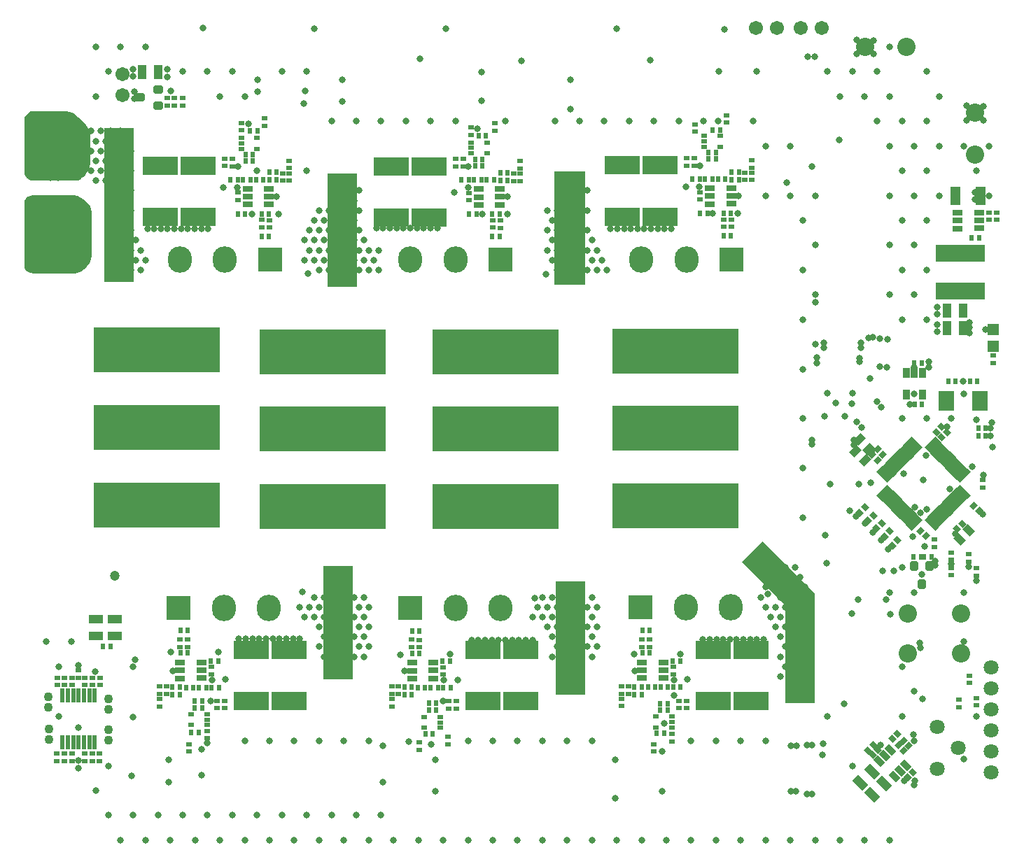
<source format=gts>
G04*
G04 #@! TF.GenerationSoftware,Altium Limited,Altium Designer,22.5.1 (42)*
G04*
G04 Layer_Color=8388736*
%FSLAX25Y25*%
%MOIN*%
G70*
G04*
G04 #@! TF.SameCoordinates,F388C647-0276-4BD7-974E-F153A5A87125*
G04*
G04*
G04 #@! TF.FilePolarity,Negative*
G04*
G01*
G75*
G04:AMPARAMS|DCode=15|XSize=139.76mil|YSize=351.12mil|CornerRadius=0mil|HoleSize=0mil|Usage=FLASHONLY|Rotation=225.000|XOffset=0mil|YOffset=0mil|HoleType=Round|Shape=Rectangle|*
%AMROTATEDRECTD15*
4,1,4,-0.07472,0.17355,0.17355,-0.07472,0.07472,-0.17355,-0.17355,0.07472,-0.07472,0.17355,0.0*
%
%ADD15ROTATEDRECTD15*%

%ADD16R,0.13976X0.52067*%
%ADD17R,0.13976X0.54232*%
%ADD18R,0.13976X0.73327*%
%ADD19R,0.14665X0.54232*%
%ADD20R,0.60039X0.21654*%
%ADD21R,0.03162X0.02375*%
%ADD22R,0.02375X0.03162*%
G04:AMPARAMS|DCode=23|XSize=31.62mil|YSize=23.75mil|CornerRadius=0mil|HoleSize=0mil|Usage=FLASHONLY|Rotation=315.000|XOffset=0mil|YOffset=0mil|HoleType=Round|Shape=Rectangle|*
%AMROTATEDRECTD23*
4,1,4,-0.01958,0.00278,-0.00278,0.01958,0.01958,-0.00278,0.00278,-0.01958,-0.01958,0.00278,0.0*
%
%ADD23ROTATEDRECTD23*%

%ADD24R,0.05131X0.03162*%
%ADD25R,0.16548X0.09068*%
G04:AMPARAMS|DCode=26|XSize=67.06mil|YSize=39.5mil|CornerRadius=0mil|HoleSize=0mil|Usage=FLASHONLY|Rotation=135.000|XOffset=0mil|YOffset=0mil|HoleType=Round|Shape=Rectangle|*
%AMROTATEDRECTD26*
4,1,4,0.03767,-0.00974,0.00974,-0.03767,-0.03767,0.00974,-0.00974,0.03767,0.03767,-0.00974,0.0*
%
%ADD26ROTATEDRECTD26*%

G04:AMPARAMS|DCode=27|XSize=31.62mil|YSize=23.75mil|CornerRadius=0mil|HoleSize=0mil|Usage=FLASHONLY|Rotation=225.000|XOffset=0mil|YOffset=0mil|HoleType=Round|Shape=Rectangle|*
%AMROTATEDRECTD27*
4,1,4,0.00278,0.01958,0.01958,0.00278,-0.00278,-0.01958,-0.01958,-0.00278,0.00278,0.01958,0.0*
%
%ADD27ROTATEDRECTD27*%

G04:AMPARAMS|DCode=28|XSize=70.99mil|YSize=19.81mil|CornerRadius=0mil|HoleSize=0mil|Usage=FLASHONLY|Rotation=45.000|XOffset=0mil|YOffset=0mil|HoleType=Round|Shape=Rectangle|*
%AMROTATEDRECTD28*
4,1,4,-0.01810,-0.03210,-0.03210,-0.01810,0.01810,0.03210,0.03210,0.01810,-0.01810,-0.03210,0.0*
%
%ADD28ROTATEDRECTD28*%

G04:AMPARAMS|DCode=29|XSize=70.99mil|YSize=19.81mil|CornerRadius=0mil|HoleSize=0mil|Usage=FLASHONLY|Rotation=135.000|XOffset=0mil|YOffset=0mil|HoleType=Round|Shape=Rectangle|*
%AMROTATEDRECTD29*
4,1,4,0.03210,-0.01810,0.01810,-0.03210,-0.03210,0.01810,-0.01810,0.03210,0.03210,-0.01810,0.0*
%
%ADD29ROTATEDRECTD29*%

G04:AMPARAMS|DCode=30|XSize=47.37mil|YSize=35.56mil|CornerRadius=0mil|HoleSize=0mil|Usage=FLASHONLY|Rotation=225.000|XOffset=0mil|YOffset=0mil|HoleType=Round|Shape=Rectangle|*
%AMROTATEDRECTD30*
4,1,4,0.00418,0.02932,0.02932,0.00418,-0.00418,-0.02932,-0.02932,-0.00418,0.00418,0.02932,0.0*
%
%ADD30ROTATEDRECTD30*%

%ADD31R,0.23241X0.07887*%
%ADD32R,0.03556X0.05131*%
G04:AMPARAMS|DCode=33|XSize=31.62mil|YSize=51.31mil|CornerRadius=0mil|HoleSize=0mil|Usage=FLASHONLY|Rotation=45.000|XOffset=0mil|YOffset=0mil|HoleType=Round|Shape=Rectangle|*
%AMROTATEDRECTD33*
4,1,4,0.00696,-0.02932,-0.02932,0.00696,-0.00696,0.02932,0.02932,-0.00696,0.00696,-0.02932,0.0*
%
%ADD33ROTATEDRECTD33*%

G04:AMPARAMS|DCode=34|XSize=74.8mil|YSize=94.49mil|CornerRadius=2.99mil|HoleSize=0mil|Usage=FLASHONLY|Rotation=180.000|XOffset=0mil|YOffset=0mil|HoleType=Round|Shape=RoundedRectangle|*
%AMROUNDEDRECTD34*
21,1,0.07480,0.08850,0,0,180.0*
21,1,0.06882,0.09449,0,0,180.0*
1,1,0.00598,-0.03441,0.04425*
1,1,0.00598,0.03441,0.04425*
1,1,0.00598,0.03441,-0.04425*
1,1,0.00598,-0.03441,-0.04425*
%
%ADD34ROUNDEDRECTD34*%
%ADD35R,0.04737X0.08674*%
G04:AMPARAMS|DCode=36|XSize=47.37mil|YSize=35.56mil|CornerRadius=0mil|HoleSize=0mil|Usage=FLASHONLY|Rotation=135.000|XOffset=0mil|YOffset=0mil|HoleType=Round|Shape=Rectangle|*
%AMROTATEDRECTD36*
4,1,4,0.02932,-0.00418,0.00418,-0.02932,-0.02932,0.00418,-0.00418,0.02932,0.02932,-0.00418,0.0*
%
%ADD36ROTATEDRECTD36*%

%ADD37R,0.05524X0.05524*%
%ADD38R,0.01981X0.06706*%
G04:AMPARAMS|DCode=39|XSize=39.5mil|YSize=43.43mil|CornerRadius=6.84mil|HoleSize=0mil|Usage=FLASHONLY|Rotation=270.000|XOffset=0mil|YOffset=0mil|HoleType=Round|Shape=RoundedRectangle|*
%AMROUNDEDRECTD39*
21,1,0.03950,0.02976,0,0,270.0*
21,1,0.02583,0.04343,0,0,270.0*
1,1,0.01367,-0.01488,-0.01291*
1,1,0.01367,-0.01488,0.01291*
1,1,0.01367,0.01488,0.01291*
1,1,0.01367,0.01488,-0.01291*
%
%ADD39ROUNDEDRECTD39*%
G04:AMPARAMS|DCode=40|XSize=39.5mil|YSize=43.43mil|CornerRadius=6.84mil|HoleSize=0mil|Usage=FLASHONLY|Rotation=0.000|XOffset=0mil|YOffset=0mil|HoleType=Round|Shape=RoundedRectangle|*
%AMROUNDEDRECTD40*
21,1,0.03950,0.02976,0,0,0.0*
21,1,0.02583,0.04343,0,0,0.0*
1,1,0.01367,0.01291,-0.01488*
1,1,0.01367,-0.01291,-0.01488*
1,1,0.01367,-0.01291,0.01488*
1,1,0.01367,0.01291,0.01488*
%
%ADD40ROUNDEDRECTD40*%
%ADD41R,0.06706X0.03950*%
%ADD42R,0.03950X0.06706*%
%ADD43O,0.11430X0.12611*%
%ADD44R,0.11824X0.11824*%
%ADD45C,0.06706*%
%ADD46C,0.07099*%
%ADD47C,0.24816*%
%ADD48C,0.08674*%
%ADD49C,0.04343*%
%ADD50C,0.04737*%
%ADD51C,0.03162*%
G36*
X248122Y413484D02*
X249107D01*
X251039Y413100D01*
X252858Y412346D01*
X254496Y411252D01*
X255193Y410555D01*
X255193Y410555D01*
X255807Y409941D01*
X256299Y409449D01*
X257071Y408294D01*
X257603Y407009D01*
X257874Y405646D01*
Y404951D01*
D01*
Y385933D01*
Y384949D01*
X257490Y383017D01*
X256736Y381197D01*
X255642Y379559D01*
X254945Y378862D01*
X254945D01*
X254823Y378740D01*
X254230Y378147D01*
X252836Y377216D01*
X251287Y376574D01*
X249643Y376247D01*
X248804D01*
D01*
X230774D01*
X230134D01*
X228879Y376497D01*
X227697Y376987D01*
X226633Y377697D01*
X226181Y378150D01*
X226134Y378196D01*
X226061Y378307D01*
X226010Y378429D01*
X225984Y378559D01*
Y378625D01*
D01*
Y410918D01*
Y411084D01*
X226049Y411408D01*
X226175Y411714D01*
X226359Y411989D01*
X226476Y412106D01*
X226804Y412434D01*
X227575Y412949D01*
X228431Y413303D01*
X229340Y413484D01*
X229803D01*
D01*
X231102D01*
D01*
X248122D01*
D02*
G37*
G36*
X244578Y453642D02*
X245563D01*
X247495Y453257D01*
X249315Y452504D01*
X250953Y451409D01*
X251649Y450713D01*
X251649Y450713D01*
X254158Y448205D01*
X254854Y447508D01*
X255948Y445870D01*
X256702Y444050D01*
X257087Y442118D01*
Y441133D01*
D01*
Y429733D01*
Y428748D01*
X256702Y426816D01*
X255948Y424996D01*
X254854Y423358D01*
X254158Y422662D01*
X254158D01*
X253740Y422244D01*
X253319Y421823D01*
X252328Y421161D01*
X251227Y420705D01*
X250059Y420472D01*
X249463D01*
D01*
X230533D01*
X230036D01*
X229063Y420666D01*
X228145Y421046D01*
X227320Y421598D01*
X226969Y421949D01*
X226688Y422230D01*
X226246Y422890D01*
X225942Y423624D01*
X225787Y424403D01*
Y424800D01*
D01*
Y449175D01*
Y449605D01*
X225955Y450449D01*
X226285Y451244D01*
X226763Y451960D01*
X227067Y452264D01*
Y452264D01*
X228097Y453294D01*
X228180Y453376D01*
X228374Y453507D01*
X228590Y453596D01*
X228820Y453642D01*
X228937D01*
D01*
D01*
X244578D01*
D02*
G37*
D15*
X584810Y231095D02*
D03*
D16*
X595177Y197589D02*
D03*
D17*
X485728Y202707D02*
D03*
X375197Y209793D02*
D03*
X377264Y396900D02*
D03*
D18*
X270965Y409006D02*
D03*
D19*
X485581Y397884D02*
D03*
D20*
X535918Y339366D02*
D03*
Y302506D02*
D03*
Y265646D02*
D03*
X450288Y339071D02*
D03*
Y302210D02*
D03*
Y265350D02*
D03*
X367906Y339071D02*
D03*
Y302210D02*
D03*
Y265350D02*
D03*
X288976Y266064D02*
D03*
Y302924D02*
D03*
Y339785D02*
D03*
D21*
X438477Y438710D02*
D03*
Y436147D02*
D03*
Y433563D02*
D03*
X446063D02*
D03*
Y438710D02*
D03*
X438386Y445866D02*
D03*
X438386Y442323D02*
D03*
X431144Y427328D02*
D03*
X431144Y430871D02*
D03*
X449803Y444390D02*
D03*
X449803Y447933D02*
D03*
X434841Y427273D02*
D03*
Y430816D02*
D03*
X461908Y423926D02*
D03*
X461908Y420383D02*
D03*
Y429832D02*
D03*
Y426289D02*
D03*
X452360Y401584D02*
D03*
Y398041D02*
D03*
X437400Y414675D02*
D03*
X437400Y411131D02*
D03*
X458758Y423926D02*
D03*
Y420383D02*
D03*
X448817Y401682D02*
D03*
X448817Y398139D02*
D03*
X549606Y441834D02*
D03*
Y439272D02*
D03*
Y436687D02*
D03*
X557193Y436687D02*
D03*
Y441834D02*
D03*
X545276Y447342D02*
D03*
Y443799D02*
D03*
X541284Y427723D02*
D03*
X541283Y431266D02*
D03*
X560138Y448130D02*
D03*
X560138Y451673D02*
D03*
X544980Y427668D02*
D03*
Y431211D02*
D03*
X572047Y424322D02*
D03*
Y420778D02*
D03*
Y430227D02*
D03*
X572047Y426684D02*
D03*
X562500Y401979D02*
D03*
X562500Y398436D02*
D03*
X547539Y415070D02*
D03*
Y411526D02*
D03*
X568898Y424322D02*
D03*
X568898Y420778D02*
D03*
X558957Y402078D02*
D03*
X558957Y398534D02*
D03*
X534154Y153248D02*
D03*
Y156791D02*
D03*
X534252Y160036D02*
D03*
Y162598D02*
D03*
Y165183D02*
D03*
X526666D02*
D03*
Y160036D02*
D03*
X541043Y172638D02*
D03*
Y169095D02*
D03*
X525394Y152067D02*
D03*
Y148524D02*
D03*
X537347Y172693D02*
D03*
Y169150D02*
D03*
X510280Y176039D02*
D03*
Y179583D02*
D03*
Y170134D02*
D03*
Y173677D02*
D03*
X519827Y198382D02*
D03*
Y201925D02*
D03*
X534787Y185291D02*
D03*
Y188835D02*
D03*
X513429Y176039D02*
D03*
Y179583D02*
D03*
X523370Y198284D02*
D03*
Y201827D02*
D03*
X423827Y159813D02*
D03*
Y162376D02*
D03*
Y164961D02*
D03*
X416240D02*
D03*
Y159813D02*
D03*
X427516Y151913D02*
D03*
Y155457D02*
D03*
X431453Y172484D02*
D03*
Y168941D02*
D03*
X413779Y152953D02*
D03*
Y149409D02*
D03*
X427756Y172539D02*
D03*
Y168996D02*
D03*
X400689Y175886D02*
D03*
Y179429D02*
D03*
Y169980D02*
D03*
Y173524D02*
D03*
X410236Y198228D02*
D03*
Y201772D02*
D03*
X425197Y188681D02*
D03*
Y185138D02*
D03*
X403839Y175886D02*
D03*
Y179429D02*
D03*
X413779Y198130D02*
D03*
Y201673D02*
D03*
X312697Y161118D02*
D03*
Y163681D02*
D03*
Y166265D02*
D03*
X305111Y166265D02*
D03*
Y161118D02*
D03*
X329028Y440876D02*
D03*
Y438313D02*
D03*
Y435728D02*
D03*
X336614D02*
D03*
Y440876D02*
D03*
X670768Y169587D02*
D03*
Y173130D02*
D03*
X682283Y277854D02*
D03*
Y274311D02*
D03*
X667224Y232480D02*
D03*
Y236024D02*
D03*
X659252Y249508D02*
D03*
X340158Y450197D02*
D03*
X312894Y154823D02*
D03*
Y158366D02*
D03*
X321075Y172626D02*
D03*
Y169083D02*
D03*
X304134Y151969D02*
D03*
Y148425D02*
D03*
X317378Y172681D02*
D03*
Y169138D02*
D03*
X290311Y176028D02*
D03*
Y179571D02*
D03*
X290256Y170079D02*
D03*
Y173622D02*
D03*
X299858Y198370D02*
D03*
Y201913D02*
D03*
X314819Y185280D02*
D03*
Y188823D02*
D03*
X293461Y176028D02*
D03*
Y179571D02*
D03*
X303402Y198272D02*
D03*
Y201815D02*
D03*
X667126Y243406D02*
D03*
Y239862D02*
D03*
X679232Y235827D02*
D03*
X679232Y232283D02*
D03*
X675591Y239075D02*
D03*
X675591Y242618D02*
D03*
X329134Y448032D02*
D03*
X329134Y444488D02*
D03*
X321205Y427458D02*
D03*
Y431001D02*
D03*
X340158Y446654D02*
D03*
X324902Y427402D02*
D03*
X324902Y430946D02*
D03*
X351969Y424056D02*
D03*
X351969Y420513D02*
D03*
X351969Y429961D02*
D03*
X351969Y426418D02*
D03*
X342421Y398170D02*
D03*
X342421Y401713D02*
D03*
X327461Y414804D02*
D03*
Y411261D02*
D03*
X348819Y424056D02*
D03*
X348819Y420513D02*
D03*
X338878Y398269D02*
D03*
Y401812D02*
D03*
X261614Y147441D02*
D03*
Y143898D02*
D03*
X659252Y245965D02*
D03*
X675984Y184646D02*
D03*
Y181102D02*
D03*
X679035Y174016D02*
D03*
Y170472D02*
D03*
X687205Y333661D02*
D03*
Y337205D02*
D03*
X251576Y187229D02*
D03*
X251576Y183686D02*
D03*
X241339Y143922D02*
D03*
X241339Y147465D02*
D03*
X241438Y183686D02*
D03*
X241438Y180142D02*
D03*
X261713Y183686D02*
D03*
Y180142D02*
D03*
X248623Y143922D02*
D03*
Y147465D02*
D03*
X244883D02*
D03*
X244883Y143922D02*
D03*
X258072Y147465D02*
D03*
Y143922D02*
D03*
X254528D02*
D03*
Y147465D02*
D03*
X248623Y180142D02*
D03*
X248623Y183686D02*
D03*
X244981D02*
D03*
Y180142D02*
D03*
X258170Y183686D02*
D03*
X258170Y180142D02*
D03*
X254627D02*
D03*
Y183686D02*
D03*
X301241Y459842D02*
D03*
Y456299D02*
D03*
X293761Y456299D02*
D03*
Y459842D02*
D03*
X297009Y456299D02*
D03*
Y459842D02*
D03*
X688681Y401772D02*
D03*
Y405315D02*
D03*
X685039D02*
D03*
X685039Y401772D02*
D03*
D22*
X440453Y427559D02*
D03*
X443996D02*
D03*
X437500Y404626D02*
D03*
X441043D02*
D03*
X442028Y441831D02*
D03*
X445571Y441831D02*
D03*
X440453Y430610D02*
D03*
X443996D02*
D03*
X448620Y393808D02*
D03*
X452164Y393808D02*
D03*
X452360Y424320D02*
D03*
X455904Y424320D02*
D03*
X437400Y420875D02*
D03*
X433857D02*
D03*
X439860Y420875D02*
D03*
X443404Y420875D02*
D03*
X452360Y420679D02*
D03*
X455904D02*
D03*
X448620Y404537D02*
D03*
X452164D02*
D03*
X449506Y420875D02*
D03*
X445963Y420875D02*
D03*
X551575Y431004D02*
D03*
X555118D02*
D03*
X547539Y404921D02*
D03*
X551083Y404921D02*
D03*
X553642Y444685D02*
D03*
X557185Y444685D02*
D03*
X551575Y433760D02*
D03*
X555118D02*
D03*
X558760Y394203D02*
D03*
X562303Y394203D02*
D03*
X562500Y424715D02*
D03*
X566043D02*
D03*
X547539Y421271D02*
D03*
X543996D02*
D03*
X550000Y421271D02*
D03*
X553543Y421271D02*
D03*
X562500Y421074D02*
D03*
X566043Y421074D02*
D03*
X558760Y404932D02*
D03*
X562303Y404932D02*
D03*
X559646Y421271D02*
D03*
X556102Y421271D02*
D03*
X532185Y171260D02*
D03*
X528642D02*
D03*
X534547Y191732D02*
D03*
X538091D02*
D03*
X530512Y157382D02*
D03*
X526968D02*
D03*
X532185Y168209D02*
D03*
X528642D02*
D03*
X523567Y206157D02*
D03*
X520024D02*
D03*
X519827Y175646D02*
D03*
X516284D02*
D03*
X534787Y179091D02*
D03*
X538331D02*
D03*
X532327Y179091D02*
D03*
X528783D02*
D03*
X519827Y179287D02*
D03*
X516283D02*
D03*
X523567Y195429D02*
D03*
X520024D02*
D03*
X522681Y179091D02*
D03*
X526224D02*
D03*
X421949Y171653D02*
D03*
X418405D02*
D03*
X424957Y191579D02*
D03*
X428500D02*
D03*
X420276Y156988D02*
D03*
X416732D02*
D03*
X421949Y168307D02*
D03*
X418405D02*
D03*
X413976Y206004D02*
D03*
X410433D02*
D03*
X410236Y175492D02*
D03*
X406693D02*
D03*
X425197Y178937D02*
D03*
X428740D02*
D03*
X422736Y178937D02*
D03*
X419193D02*
D03*
X410236Y179134D02*
D03*
X406693D02*
D03*
X413976Y195276D02*
D03*
X410433D02*
D03*
X413091Y178937D02*
D03*
X416634D02*
D03*
X310531Y169390D02*
D03*
X306988D02*
D03*
X331102Y432972D02*
D03*
X334646D02*
D03*
X653150Y333465D02*
D03*
X649606D02*
D03*
X653248Y313976D02*
D03*
X649705D02*
D03*
X310531Y172539D02*
D03*
X306988D02*
D03*
X314579Y191720D02*
D03*
X318122D02*
D03*
X308760Y157579D02*
D03*
X305217D02*
D03*
X303598Y206146D02*
D03*
X300055D02*
D03*
X299858Y175634D02*
D03*
X296315D02*
D03*
X314819Y179079D02*
D03*
X318362D02*
D03*
X312358Y179079D02*
D03*
X308815D02*
D03*
X299858Y179276D02*
D03*
X296315D02*
D03*
X303598Y195417D02*
D03*
X300055D02*
D03*
X302713Y179079D02*
D03*
X306256D02*
D03*
X649213Y241240D02*
D03*
X652756D02*
D03*
X683555Y298962D02*
D03*
X680012D02*
D03*
X680020Y302559D02*
D03*
X683563D02*
D03*
X331102Y430020D02*
D03*
X334646Y430020D02*
D03*
X327461Y404626D02*
D03*
X331004D02*
D03*
X333169Y444095D02*
D03*
X336713Y444095D02*
D03*
X338681Y393938D02*
D03*
X342224Y393938D02*
D03*
X342421Y424450D02*
D03*
X345965Y424450D02*
D03*
X323917Y421005D02*
D03*
X327461Y421005D02*
D03*
X333465Y421005D02*
D03*
X329921Y421005D02*
D03*
X342421Y420808D02*
D03*
X345965D02*
D03*
X342224Y404666D02*
D03*
X338681D02*
D03*
X336024Y421005D02*
D03*
X339567Y421005D02*
D03*
X665748Y324926D02*
D03*
X669291D02*
D03*
X679626D02*
D03*
X676083D02*
D03*
X654331Y241240D02*
D03*
X657874D02*
D03*
X266732Y198524D02*
D03*
X263189D02*
D03*
X676870Y393209D02*
D03*
X680413D02*
D03*
D23*
X634028Y257355D02*
D03*
X631523Y254850D02*
D03*
X635361Y250913D02*
D03*
X637867Y253418D02*
D03*
X641607Y249087D02*
D03*
X639102Y246582D02*
D03*
X639092Y154544D02*
D03*
X641597Y157050D02*
D03*
X627586Y258491D02*
D03*
X630091Y260997D02*
D03*
X627615Y148982D02*
D03*
X630121Y151488D02*
D03*
X629773Y146825D02*
D03*
X632278Y149330D02*
D03*
X648912Y138682D02*
D03*
X646406Y136176D02*
D03*
X626056Y264835D02*
D03*
X623550Y262330D02*
D03*
X660082Y300702D02*
D03*
X662588Y303208D02*
D03*
Y298197D02*
D03*
X665093Y300702D02*
D03*
X672502Y256957D02*
D03*
X669997Y254451D02*
D03*
D24*
X452246Y409064D02*
D03*
Y412805D02*
D03*
Y416545D02*
D03*
X442010Y416446D02*
D03*
Y412706D02*
D03*
Y408966D02*
D03*
X562386Y409459D02*
D03*
X562386Y413200D02*
D03*
Y416940D02*
D03*
X552150Y416841D02*
D03*
X552150Y413101D02*
D03*
Y409361D02*
D03*
X519941Y190902D02*
D03*
Y187161D02*
D03*
Y183421D02*
D03*
X530177Y183520D02*
D03*
Y187260D02*
D03*
Y191000D02*
D03*
X410350Y190748D02*
D03*
Y187008D02*
D03*
Y183268D02*
D03*
X420587Y183366D02*
D03*
Y187106D02*
D03*
Y190847D02*
D03*
X299972Y190890D02*
D03*
Y187150D02*
D03*
Y183409D02*
D03*
X310209Y183508D02*
D03*
Y187248D02*
D03*
Y190988D02*
D03*
X332071Y409095D02*
D03*
X332071Y412835D02*
D03*
X332071Y416576D02*
D03*
X342307Y416674D02*
D03*
X342307Y412934D02*
D03*
X342307Y409194D02*
D03*
X670177Y397736D02*
D03*
Y401476D02*
D03*
Y405217D02*
D03*
X680413Y405315D02*
D03*
X680413Y401575D02*
D03*
Y397835D02*
D03*
D25*
X400392Y402962D02*
D03*
X400392Y427371D02*
D03*
X418502Y402962D02*
D03*
Y427371D02*
D03*
X510532Y403357D02*
D03*
Y427767D02*
D03*
X528642Y403357D02*
D03*
Y427767D02*
D03*
X571795Y197004D02*
D03*
Y172594D02*
D03*
X553685Y197004D02*
D03*
Y172594D02*
D03*
X462205Y196850D02*
D03*
Y172441D02*
D03*
X444095Y196850D02*
D03*
Y172441D02*
D03*
X351827Y196992D02*
D03*
Y172583D02*
D03*
X333717Y196992D02*
D03*
Y172583D02*
D03*
X290453Y427501D02*
D03*
Y403091D02*
D03*
X308563Y427501D02*
D03*
Y403091D02*
D03*
D26*
X623926Y133462D02*
D03*
X629494Y139030D02*
D03*
X629634Y127755D02*
D03*
X635201Y133323D02*
D03*
D27*
X680485Y263216D02*
D03*
X677980Y265721D02*
D03*
X644666Y148913D02*
D03*
X642161Y151418D02*
D03*
X646894Y151140D02*
D03*
X644388Y153645D02*
D03*
X652514Y253588D02*
D03*
X655020Y251083D02*
D03*
X632035Y287409D02*
D03*
X629529Y289915D02*
D03*
X634540Y289915D02*
D03*
X632035Y292420D02*
D03*
D28*
X634890Y272319D02*
D03*
X636282Y270927D02*
D03*
X637674Y269535D02*
D03*
X639066Y268143D02*
D03*
X640457Y266751D02*
D03*
X641849Y265359D02*
D03*
X643241Y263967D02*
D03*
X644633Y262575D02*
D03*
X646025Y261183D02*
D03*
X647417Y259791D02*
D03*
X648809Y258399D02*
D03*
X650201Y257007D02*
D03*
X673032Y279838D02*
D03*
X671640Y281230D02*
D03*
X670248Y282622D02*
D03*
X668856Y284014D02*
D03*
X667464Y285406D02*
D03*
X666072Y286797D02*
D03*
X664680Y288190D02*
D03*
X663288Y289581D02*
D03*
X661896Y290973D02*
D03*
X660504Y292365D02*
D03*
X659112Y293757D02*
D03*
X657720Y295149D02*
D03*
D29*
Y257077D02*
D03*
X659112Y258469D02*
D03*
X660504Y259861D02*
D03*
X661896Y261253D02*
D03*
X663288Y262645D02*
D03*
X664680Y264036D02*
D03*
X666072Y265428D02*
D03*
X667464Y266820D02*
D03*
X668856Y268212D02*
D03*
X670248Y269604D02*
D03*
X671640Y270996D02*
D03*
X673032Y272388D02*
D03*
X650201Y295219D02*
D03*
X648809Y293827D02*
D03*
X647417Y292435D02*
D03*
X646025Y291043D02*
D03*
X644633Y289651D02*
D03*
X643241Y288259D02*
D03*
X641849Y286867D02*
D03*
X640457Y285475D02*
D03*
X639066Y284083D02*
D03*
X637674Y282691D02*
D03*
X636282Y281299D02*
D03*
X634890Y279907D02*
D03*
D30*
X623405Y297153D02*
D03*
X627859Y292699D02*
D03*
X621595Y291585D02*
D03*
X626049Y287131D02*
D03*
D31*
X671358Y367815D02*
D03*
X671358Y385925D02*
D03*
D32*
X653346Y318602D02*
D03*
X645866D02*
D03*
Y328839D02*
D03*
X653346D02*
D03*
X649606D02*
D03*
D33*
X645502Y141953D02*
D03*
X642857Y139308D02*
D03*
X640212Y136664D02*
D03*
X632904Y143832D02*
D03*
X635549Y146477D02*
D03*
X638194Y149121D02*
D03*
D34*
X680905Y315477D02*
D03*
X664764Y315477D02*
D03*
D35*
X681102Y413287D02*
D03*
X669291Y413287D02*
D03*
D36*
X671110Y249440D02*
D03*
X675564Y253894D02*
D03*
D37*
X687205Y349705D02*
D03*
Y341437D02*
D03*
D38*
X259253Y153075D02*
D03*
X256694D02*
D03*
X254135D02*
D03*
X251576D02*
D03*
X249017D02*
D03*
X246458D02*
D03*
X243899D02*
D03*
Y175123D02*
D03*
X246458D02*
D03*
X249017D02*
D03*
X251576Y175123D02*
D03*
X254135Y175123D02*
D03*
X256694Y175123D02*
D03*
X259253Y175123D02*
D03*
D39*
X280867Y460138D02*
D03*
X289528Y463878D02*
D03*
X289528Y456398D02*
D03*
D40*
X653248Y228248D02*
D03*
X649508Y236910D02*
D03*
X656988D02*
D03*
D41*
X259842Y203543D02*
D03*
Y211417D02*
D03*
X268898Y203543D02*
D03*
Y211417D02*
D03*
D42*
X289627Y472244D02*
D03*
X281753D02*
D03*
X665059Y350394D02*
D03*
X672933D02*
D03*
X665059Y358465D02*
D03*
X672933D02*
D03*
D43*
X409646Y383071D02*
D03*
X431146Y383071D02*
D03*
X519575Y383071D02*
D03*
X541075Y383071D02*
D03*
X562236Y217083D02*
D03*
X540736D02*
D03*
X452646Y216929D02*
D03*
X431146D02*
D03*
X320768Y217071D02*
D03*
X342268D02*
D03*
X299716Y383071D02*
D03*
X321217D02*
D03*
D44*
X452646D02*
D03*
X562575Y383071D02*
D03*
X519236Y217083D02*
D03*
X409646Y216929D02*
D03*
X299268Y217071D02*
D03*
X342717Y383071D02*
D03*
D45*
X595472Y493307D02*
D03*
X605472D02*
D03*
X584311Y493405D02*
D03*
X574311D02*
D03*
X272656Y461156D02*
D03*
Y471156D02*
D03*
D46*
X660433Y160138D02*
D03*
X670433Y150138D02*
D03*
X660433Y140138D02*
D03*
X686221Y188445D02*
D03*
Y178445D02*
D03*
Y168445D02*
D03*
Y158445D02*
D03*
Y148445D02*
D03*
Y138445D02*
D03*
D47*
X240158Y395232D02*
D03*
Y434490D02*
D03*
D48*
X671949Y214157D02*
D03*
X646358D02*
D03*
Y195259D02*
D03*
X671949D02*
D03*
X678445Y433071D02*
D03*
Y452756D02*
D03*
X645691Y484252D02*
D03*
X626006D02*
D03*
D49*
X237206Y174512D02*
D03*
X237206Y169512D02*
D03*
X237402Y159276D02*
D03*
Y154276D02*
D03*
X265749Y168430D02*
D03*
Y173430D02*
D03*
Y158863D02*
D03*
Y153863D02*
D03*
D50*
X268701Y232087D02*
D03*
D51*
X623622Y334367D02*
D03*
X593209Y129429D02*
D03*
X649606Y132480D02*
D03*
X649902Y134646D02*
D03*
X673327Y144783D02*
D03*
X679134Y165354D02*
D03*
X414173Y478543D02*
D03*
X462402Y477658D02*
D03*
X523721Y477854D02*
D03*
X590748Y129429D02*
D03*
X598517Y128133D02*
D03*
X600886Y128150D02*
D03*
X507185Y126279D02*
D03*
X535024Y175142D02*
D03*
X327461Y427264D02*
D03*
X336713Y462992D02*
D03*
Y468701D02*
D03*
X547441Y427658D02*
D03*
X437008Y427165D02*
D03*
X443504Y472244D02*
D03*
X443405Y458661D02*
D03*
X382677Y382677D02*
D03*
X385039Y377953D02*
D03*
X387402Y382677D02*
D03*
X392126D02*
D03*
X389764Y377953D02*
D03*
X394488D02*
D03*
X385039Y387402D02*
D03*
X389764D02*
D03*
X394488D02*
D03*
X382677Y392126D02*
D03*
X387402D02*
D03*
X385039Y396850D02*
D03*
X393406Y397933D02*
D03*
X396621D02*
D03*
X399836D02*
D03*
X403051D02*
D03*
X406266D02*
D03*
X409482D02*
D03*
X382677Y401575D02*
D03*
X419127Y397933D02*
D03*
X422342D02*
D03*
X415912D02*
D03*
X412697D02*
D03*
X385039Y406299D02*
D03*
X382677Y411024D02*
D03*
X443799Y404626D02*
D03*
X455709D02*
D03*
X455707Y412903D02*
D03*
X430610Y414961D02*
D03*
X385039Y415748D02*
D03*
X437121Y417280D02*
D03*
X383858Y448819D02*
D03*
X441634Y445276D02*
D03*
X395669Y448819D02*
D03*
X407480D02*
D03*
X419291D02*
D03*
X431102D02*
D03*
X454724D02*
D03*
X485827Y468602D02*
D03*
X556496Y472441D02*
D03*
X503150Y377953D02*
D03*
X493701D02*
D03*
X498425D02*
D03*
X496063Y382677D02*
D03*
X500787D02*
D03*
X498425Y387402D02*
D03*
X493701D02*
D03*
X496063Y392126D02*
D03*
X493701Y396850D02*
D03*
X524213Y397736D02*
D03*
X508137D02*
D03*
X520997D02*
D03*
X511352D02*
D03*
X514567D02*
D03*
X504921D02*
D03*
X517782D02*
D03*
X493701Y406299D02*
D03*
Y415748D02*
D03*
X513779Y448819D02*
D03*
X501968D02*
D03*
X578740Y413386D02*
D03*
X540693Y417487D02*
D03*
X547260Y417675D02*
D03*
X549212Y448819D02*
D03*
X578740Y437008D02*
D03*
X556299Y448819D02*
D03*
X537401Y448819D02*
D03*
X572834D02*
D03*
X525590D02*
D03*
X565846Y413298D02*
D03*
X565551Y404921D02*
D03*
X553445D02*
D03*
X527428Y397736D02*
D03*
X530643D02*
D03*
X533858D02*
D03*
X530610Y162008D02*
D03*
X516240Y194980D02*
D03*
X516480Y187063D02*
D03*
X535066Y182686D02*
D03*
X538189Y194980D02*
D03*
X541634Y182874D02*
D03*
X543307Y153543D02*
D03*
X548917Y201772D02*
D03*
X552133D02*
D03*
X555118Y153543D02*
D03*
X555348Y201772D02*
D03*
X529626Y148622D02*
D03*
X578740Y153543D02*
D03*
X566929D02*
D03*
X585827Y184252D02*
D03*
X590551D02*
D03*
X588189Y188976D02*
D03*
X590551Y193701D02*
D03*
X585827D02*
D03*
X588189Y198425D02*
D03*
X568209Y201772D02*
D03*
X571424D02*
D03*
X574639D02*
D03*
X577854D02*
D03*
X558563D02*
D03*
X585827Y203150D02*
D03*
X590551D02*
D03*
X583465Y207874D02*
D03*
X588189D02*
D03*
X581102Y212598D02*
D03*
X585827D02*
D03*
X590551D02*
D03*
X564993Y201772D02*
D03*
X561778D02*
D03*
X590551Y222047D02*
D03*
X579724Y223622D02*
D03*
X578740Y226772D02*
D03*
X583465D02*
D03*
X588189D02*
D03*
X585827Y231496D02*
D03*
X590551D02*
D03*
X588189Y236221D02*
D03*
X578740Y217323D02*
D03*
X583465D02*
D03*
X588189D02*
D03*
X576378Y222047D02*
D03*
X585827D02*
D03*
X529626Y129429D02*
D03*
X419642Y151815D02*
D03*
X421457Y144685D02*
D03*
X421358Y129429D02*
D03*
X408957Y153346D02*
D03*
X425197Y172441D02*
D03*
X479528Y217323D02*
D03*
X468701Y221457D02*
D03*
X472441Y222047D02*
D03*
X477165D02*
D03*
X396358Y151378D02*
D03*
X389764Y153543D02*
D03*
X437008D02*
D03*
X448819D02*
D03*
X425476Y182533D02*
D03*
X432043Y182720D02*
D03*
X406890Y186909D02*
D03*
X404823Y194587D02*
D03*
X428543Y194882D02*
D03*
X389764Y198425D02*
D03*
X438779Y201673D02*
D03*
X441995D02*
D03*
X445210D02*
D03*
X448425D02*
D03*
X451640D02*
D03*
X460630Y153543D02*
D03*
X472441D02*
D03*
X477165Y193701D02*
D03*
X479528Y198425D02*
D03*
X454856Y201673D02*
D03*
X458071D02*
D03*
X461286D02*
D03*
X464501D02*
D03*
X467717D02*
D03*
X477165Y203150D02*
D03*
X389764Y207874D02*
D03*
X474803D02*
D03*
X479528D02*
D03*
X467717Y212598D02*
D03*
X472441D02*
D03*
X477165D02*
D03*
X389764Y217323D02*
D03*
X470079D02*
D03*
X474803D02*
D03*
X314567Y172539D02*
D03*
X310236Y137205D02*
D03*
Y149606D02*
D03*
X312992Y152657D02*
D03*
X277658Y164862D02*
D03*
X595276Y231496D02*
D03*
X597638Y226772D02*
D03*
X595276Y222047D02*
D03*
X597638Y217323D02*
D03*
X595276Y212598D02*
D03*
X597638Y207874D02*
D03*
X595276Y203150D02*
D03*
X597638Y198425D02*
D03*
X595276Y193701D02*
D03*
X597638Y188976D02*
D03*
X595276Y184252D02*
D03*
X592913Y236221D02*
D03*
Y226772D02*
D03*
Y217323D02*
D03*
Y207874D02*
D03*
Y198425D02*
D03*
Y188976D02*
D03*
X496063Y222047D02*
D03*
X498425Y217323D02*
D03*
X496063Y212598D02*
D03*
X498425Y207874D02*
D03*
X496063Y203150D02*
D03*
X498425Y198425D02*
D03*
X496063Y193701D02*
D03*
X491339Y411024D02*
D03*
Y401575D02*
D03*
Y392126D02*
D03*
Y382677D02*
D03*
Y222047D02*
D03*
X493701Y217323D02*
D03*
X491339Y212598D02*
D03*
X493701Y207874D02*
D03*
X491339Y203150D02*
D03*
X493701Y198425D02*
D03*
X491339Y193701D02*
D03*
X488976Y415748D02*
D03*
X486614Y411024D02*
D03*
X488976Y406299D02*
D03*
X486614Y401575D02*
D03*
X488976Y396850D02*
D03*
X486614Y392126D02*
D03*
X488976Y387402D02*
D03*
X486614Y382677D02*
D03*
X488976Y377953D02*
D03*
X486614Y222047D02*
D03*
X488976Y217323D02*
D03*
X486614Y212598D02*
D03*
X488976Y207874D02*
D03*
X486614Y203150D02*
D03*
X488976Y198425D02*
D03*
X486614Y193701D02*
D03*
X484252Y406299D02*
D03*
X481890Y401575D02*
D03*
X484252Y396850D02*
D03*
X481890Y392126D02*
D03*
X484252Y387402D02*
D03*
X481890Y382677D02*
D03*
X484252Y377953D02*
D03*
X481890Y222047D02*
D03*
X484252Y217323D02*
D03*
X481890Y212598D02*
D03*
X484252Y207874D02*
D03*
X481890Y203150D02*
D03*
X484252Y198425D02*
D03*
X481890Y193701D02*
D03*
X479528Y406299D02*
D03*
X477165Y401575D02*
D03*
X479528Y396850D02*
D03*
X477165Y392126D02*
D03*
X479528Y387402D02*
D03*
X477165Y382677D02*
D03*
X479528Y377953D02*
D03*
X474803Y406299D02*
D03*
Y396850D02*
D03*
Y387402D02*
D03*
X387402Y222047D02*
D03*
Y212598D02*
D03*
Y203150D02*
D03*
Y193701D02*
D03*
X382677Y222047D02*
D03*
X385039Y217323D02*
D03*
X382677Y212598D02*
D03*
X385039Y207874D02*
D03*
X382677Y203150D02*
D03*
X385039Y198425D02*
D03*
X382677Y193701D02*
D03*
X380315Y415748D02*
D03*
X377953Y411024D02*
D03*
X380315Y406299D02*
D03*
X377953Y401575D02*
D03*
X380315Y396850D02*
D03*
X377953Y392126D02*
D03*
X380315Y387402D02*
D03*
X377953Y382677D02*
D03*
X380315Y377953D02*
D03*
X377953Y222047D02*
D03*
X380315Y217323D02*
D03*
X377953Y212598D02*
D03*
X380315Y207874D02*
D03*
X377953Y203150D02*
D03*
X380315Y198425D02*
D03*
X377953Y193701D02*
D03*
X375591Y415748D02*
D03*
X373228Y411024D02*
D03*
X375591Y406299D02*
D03*
X373228Y401575D02*
D03*
X375591Y396850D02*
D03*
X373228Y392126D02*
D03*
X375591Y387402D02*
D03*
X373228Y382677D02*
D03*
X375591Y377953D02*
D03*
X373228Y222047D02*
D03*
X375591Y217323D02*
D03*
X373228Y212598D02*
D03*
X375591Y207874D02*
D03*
X373228Y203150D02*
D03*
X375591Y198425D02*
D03*
X373228Y193701D02*
D03*
X370866Y406299D02*
D03*
X368504Y401575D02*
D03*
X370866Y396850D02*
D03*
X368504Y392126D02*
D03*
X370866Y387402D02*
D03*
X368504Y382677D02*
D03*
X370866Y377953D02*
D03*
X368504Y222047D02*
D03*
X370866Y217323D02*
D03*
X368504Y212598D02*
D03*
X370866Y207874D02*
D03*
X368504Y203150D02*
D03*
X370866Y198425D02*
D03*
X368504Y193701D02*
D03*
X366142Y406299D02*
D03*
X363780Y401575D02*
D03*
X366142Y396850D02*
D03*
X363780Y392126D02*
D03*
X366142Y387402D02*
D03*
X363780Y382677D02*
D03*
X366142Y377953D02*
D03*
X363780Y222047D02*
D03*
X366142Y217323D02*
D03*
X363780Y212598D02*
D03*
X366142Y207874D02*
D03*
Y198425D02*
D03*
X361417Y396850D02*
D03*
X359055Y392126D02*
D03*
X361417Y387402D02*
D03*
X359055Y382677D02*
D03*
X361417Y217323D02*
D03*
X359055Y212598D02*
D03*
X356693Y217323D02*
D03*
X283465Y382677D02*
D03*
X278740Y392126D02*
D03*
X281102Y387402D02*
D03*
X278740Y382677D02*
D03*
X281102Y377953D02*
D03*
X274016Y439370D02*
D03*
X276378Y434646D02*
D03*
X274016Y429921D02*
D03*
X276378Y425197D02*
D03*
X274016Y420472D02*
D03*
X276378Y415748D02*
D03*
X274016Y411024D02*
D03*
X276378Y406299D02*
D03*
X274016Y401575D02*
D03*
X276378Y396850D02*
D03*
X274016Y392126D02*
D03*
X276378Y387402D02*
D03*
X274016Y382677D02*
D03*
X276378Y377953D02*
D03*
X271654Y444095D02*
D03*
X269291Y439370D02*
D03*
X271654Y434646D02*
D03*
X269291Y429921D02*
D03*
X271654Y425197D02*
D03*
X269291Y420472D02*
D03*
X271654Y415748D02*
D03*
X269291Y411024D02*
D03*
X271654Y406299D02*
D03*
X269291Y401575D02*
D03*
X271654Y396850D02*
D03*
X269291Y392126D02*
D03*
X271654Y387402D02*
D03*
X269291Y382677D02*
D03*
X271654Y377953D02*
D03*
X266929Y444095D02*
D03*
X264567Y439370D02*
D03*
X266929Y434646D02*
D03*
X264567Y429921D02*
D03*
X266929Y425197D02*
D03*
X264567Y420472D02*
D03*
X266929Y415748D02*
D03*
Y406299D02*
D03*
Y396850D02*
D03*
Y387402D02*
D03*
X262205Y444095D02*
D03*
X259842Y439370D02*
D03*
X262205Y434646D02*
D03*
X259842Y429921D02*
D03*
X262205Y425197D02*
D03*
X259842Y420472D02*
D03*
X257480Y444095D02*
D03*
X255118Y439370D02*
D03*
X257480Y434646D02*
D03*
X255118Y429921D02*
D03*
X257480Y425197D02*
D03*
X675295Y254134D02*
D03*
X686417Y305217D02*
D03*
X628839Y276673D02*
D03*
X358169Y224508D02*
D03*
X474016Y375984D02*
D03*
X360827Y376378D02*
D03*
X228346Y407637D02*
D03*
X231988D02*
D03*
Y404586D02*
D03*
X228346D02*
D03*
X248228D02*
D03*
X251870D02*
D03*
Y407637D02*
D03*
X248228D02*
D03*
X247736Y383326D02*
D03*
X251378D02*
D03*
Y386377D02*
D03*
X247736D02*
D03*
X228937Y383129D02*
D03*
X232579D02*
D03*
Y386181D02*
D03*
X228937D02*
D03*
X241831Y382834D02*
D03*
X238189D02*
D03*
X242224Y408031D02*
D03*
X238583D02*
D03*
X252559Y396712D02*
D03*
Y393070D02*
D03*
X227756Y397598D02*
D03*
Y393956D02*
D03*
X287566Y397638D02*
D03*
X290781D02*
D03*
X293996D02*
D03*
X297211D02*
D03*
X227756Y432972D02*
D03*
Y436614D02*
D03*
X252559Y432087D02*
D03*
Y435728D02*
D03*
X238583Y447047D02*
D03*
X242224D02*
D03*
X238189Y421850D02*
D03*
X241831D02*
D03*
X228937Y425197D02*
D03*
X232579D02*
D03*
Y422146D02*
D03*
X228937D02*
D03*
X247736Y425394D02*
D03*
X251378D02*
D03*
Y422342D02*
D03*
X247736D02*
D03*
X248228Y446654D02*
D03*
X251870D02*
D03*
Y443602D02*
D03*
X248228D02*
D03*
X228346D02*
D03*
X231988D02*
D03*
Y446654D02*
D03*
X228346D02*
D03*
X276673Y136909D02*
D03*
X559055Y492717D02*
D03*
X507677Y492913D02*
D03*
X426575D02*
D03*
X363976D02*
D03*
X310728Y493209D02*
D03*
X685039Y437008D02*
D03*
Y413386D02*
D03*
X673228Y437008D02*
D03*
X679134Y425197D02*
D03*
X673228Y318898D02*
D03*
Y224409D02*
D03*
Y200787D02*
D03*
X661417Y460630D02*
D03*
Y437008D02*
D03*
Y413386D02*
D03*
X667323Y307086D02*
D03*
X655512Y472441D02*
D03*
Y448819D02*
D03*
X649606Y437008D02*
D03*
X655512Y425197D02*
D03*
X649606Y413386D02*
D03*
X655512Y401575D02*
D03*
X649606Y389764D02*
D03*
X655512Y377953D02*
D03*
X649606Y366142D02*
D03*
X655512Y354331D02*
D03*
X649606Y318898D02*
D03*
X655512Y307086D02*
D03*
X649606Y224409D02*
D03*
Y177165D02*
D03*
Y153543D02*
D03*
X637795Y484252D02*
D03*
Y460630D02*
D03*
X643701Y448819D02*
D03*
X637795Y437008D02*
D03*
X643701Y425197D02*
D03*
X637795Y413386D02*
D03*
X643701Y401575D02*
D03*
X637795Y389764D02*
D03*
X643701Y377953D02*
D03*
X637795Y366142D02*
D03*
X643701Y354331D02*
D03*
Y307086D02*
D03*
Y236220D02*
D03*
X637795Y224409D02*
D03*
X643701Y188976D02*
D03*
Y165354D02*
D03*
X637795Y106299D02*
D03*
X631890Y472441D02*
D03*
X625984Y460630D02*
D03*
X631890Y448819D02*
D03*
X625984Y106299D02*
D03*
X620079Y472441D02*
D03*
X614173Y460630D02*
D03*
X620079Y141732D02*
D03*
X614173Y106299D02*
D03*
X608267Y472441D02*
D03*
X602362Y413386D02*
D03*
Y389764D02*
D03*
Y366142D02*
D03*
Y342520D02*
D03*
X608267Y165354D02*
D03*
X602362Y106299D02*
D03*
X590551Y437008D02*
D03*
Y413386D02*
D03*
X596456Y401575D02*
D03*
Y377953D02*
D03*
Y354331D02*
D03*
Y330709D02*
D03*
Y307086D02*
D03*
Y283465D02*
D03*
Y259842D02*
D03*
X590551Y106299D02*
D03*
X578740D02*
D03*
X566929D02*
D03*
X555118D02*
D03*
X543307D02*
D03*
X531496D02*
D03*
X519685D02*
D03*
X507874D02*
D03*
X496063Y153543D02*
D03*
Y106299D02*
D03*
X490157Y448819D02*
D03*
X484252Y153543D02*
D03*
Y106299D02*
D03*
X478346Y448819D02*
D03*
X472441Y106299D02*
D03*
X460630D02*
D03*
X448819D02*
D03*
X437008D02*
D03*
X425197D02*
D03*
X413386D02*
D03*
X401575D02*
D03*
X395669Y118110D02*
D03*
X389764Y106299D02*
D03*
X377953Y153543D02*
D03*
X383858Y118110D02*
D03*
X377953Y106299D02*
D03*
X372047Y448819D02*
D03*
X366142Y153543D02*
D03*
X372047Y118110D02*
D03*
X366142Y106299D02*
D03*
X360236Y472441D02*
D03*
Y425197D02*
D03*
X354331Y153543D02*
D03*
X360236Y118110D02*
D03*
X354331Y106299D02*
D03*
X348425Y472441D02*
D03*
X342520Y153543D02*
D03*
X348425Y118110D02*
D03*
X342520Y106299D02*
D03*
X330709Y460630D02*
D03*
X336614Y425197D02*
D03*
X330709Y153543D02*
D03*
X336614Y118110D02*
D03*
X330709Y106299D02*
D03*
X324803Y472441D02*
D03*
X318898Y460630D02*
D03*
X324803Y118110D02*
D03*
X318898Y106299D02*
D03*
X312992Y472441D02*
D03*
Y118110D02*
D03*
X307086Y106299D02*
D03*
X301181Y472441D02*
D03*
Y118110D02*
D03*
X295275Y106299D02*
D03*
X283465Y484252D02*
D03*
X289370Y118110D02*
D03*
X283465Y106299D02*
D03*
X271654Y484252D02*
D03*
X277559Y188976D02*
D03*
Y118110D02*
D03*
X271654Y106299D02*
D03*
X259842Y484252D02*
D03*
X265748Y472441D02*
D03*
X259842Y460630D02*
D03*
X265748Y141732D02*
D03*
X259842Y129921D02*
D03*
X265748Y118110D02*
D03*
X248031Y200787D02*
D03*
X236220D02*
D03*
X242126Y188976D02*
D03*
Y165354D02*
D03*
X598819Y479724D02*
D03*
X602264D02*
D03*
X616142Y171260D02*
D03*
X278543Y192126D02*
D03*
X649114Y156595D02*
D03*
X679134Y306693D02*
D03*
X628642Y326181D02*
D03*
X602559Y362697D02*
D03*
X607972Y238189D02*
D03*
X588681Y419488D02*
D03*
X652264Y200394D02*
D03*
X652362Y198031D02*
D03*
X683465Y349705D02*
D03*
X659449Y237205D02*
D03*
Y239370D02*
D03*
X653445Y173721D02*
D03*
X685728Y299016D02*
D03*
X624606Y303012D02*
D03*
X622303Y305440D02*
D03*
X633887Y312507D02*
D03*
X620768Y296850D02*
D03*
X600984Y297047D02*
D03*
X656398Y331693D02*
D03*
Y334154D02*
D03*
X649508Y331594D02*
D03*
X647638Y313976D02*
D03*
X685827Y302559D02*
D03*
X600984Y294882D02*
D03*
X682087Y261614D02*
D03*
X682382Y280118D02*
D03*
X686713Y293701D02*
D03*
X677067Y284154D02*
D03*
X574409Y472441D02*
D03*
X633268Y345177D02*
D03*
X636713Y344783D02*
D03*
X636516Y331496D02*
D03*
X633208Y332002D02*
D03*
X631771Y315099D02*
D03*
X623130Y275984D02*
D03*
X627854Y345669D02*
D03*
X629724Y345768D02*
D03*
X636195Y220965D02*
D03*
X639862Y234646D02*
D03*
X634547Y234449D02*
D03*
X638196Y214075D02*
D03*
X619882Y214247D02*
D03*
X652461Y262205D02*
D03*
X649705Y264961D02*
D03*
X629724Y253051D02*
D03*
X626083Y257185D02*
D03*
X621850Y260725D02*
D03*
X613681Y440059D02*
D03*
X358957Y457382D02*
D03*
X603248Y333661D02*
D03*
X485827Y454626D02*
D03*
X600970Y427348D02*
D03*
X251575Y159941D02*
D03*
X259646Y186614D02*
D03*
X251476Y189567D02*
D03*
X507185Y144671D02*
D03*
X620768Y294587D02*
D03*
X359350Y463287D02*
D03*
X396358Y133760D02*
D03*
X294408Y144488D02*
D03*
X294390Y133858D02*
D03*
X593504Y151083D02*
D03*
X590748D02*
D03*
X598425Y151673D02*
D03*
X623622Y336024D02*
D03*
X603248Y336122D02*
D03*
X607074Y251661D02*
D03*
X618952Y263145D02*
D03*
X666437Y273622D02*
D03*
X679232Y230020D02*
D03*
X675591Y236713D02*
D03*
X667126Y237894D02*
D03*
X654626Y246260D02*
D03*
X637303Y244882D02*
D03*
X605905Y147047D02*
D03*
X606102Y152362D02*
D03*
X608062Y319104D02*
D03*
X653937Y277756D02*
D03*
X619685Y314370D02*
D03*
X620177Y319193D02*
D03*
X606693Y308169D02*
D03*
X616411Y308097D02*
D03*
X612106Y314567D02*
D03*
X624114Y340748D02*
D03*
X624213Y343110D02*
D03*
X606398Y340748D02*
D03*
X600886Y151673D02*
D03*
X606398Y343110D02*
D03*
X648819Y250787D02*
D03*
X655610Y263976D02*
D03*
X622736Y220768D02*
D03*
X669193Y252165D02*
D03*
X633711Y249262D02*
D03*
X377165Y458268D02*
D03*
Y468602D02*
D03*
X350459Y202362D02*
D03*
X356890D02*
D03*
X347244D02*
D03*
X353675D02*
D03*
X344029D02*
D03*
X340814D02*
D03*
X337598D02*
D03*
X334383D02*
D03*
X295374Y195768D02*
D03*
X318209D02*
D03*
X327953Y202362D02*
D03*
X331168D02*
D03*
X321665Y182862D02*
D03*
X315098Y182674D02*
D03*
X296512Y187051D02*
D03*
X653248Y232874D02*
D03*
X644488Y281004D02*
D03*
X251450Y144124D02*
D03*
X251520Y140574D02*
D03*
X609646Y275787D02*
D03*
X675689Y350590D02*
D03*
X675787Y352953D02*
D03*
X675689Y347933D02*
D03*
X629626Y291929D02*
D03*
X672760Y324926D02*
D03*
X633601Y151627D02*
D03*
X644736Y134506D02*
D03*
X284350Y397638D02*
D03*
X313287D02*
D03*
X310072D02*
D03*
X306857D02*
D03*
X303642D02*
D03*
X300427D02*
D03*
X655118Y289567D02*
D03*
X682523Y455807D02*
D03*
X674354Y449311D02*
D03*
Y456201D02*
D03*
X682425Y449311D02*
D03*
X630118Y480807D02*
D03*
X622047Y487697D02*
D03*
Y480807D02*
D03*
X630217Y487303D02*
D03*
X660532Y352067D02*
D03*
Y348721D02*
D03*
X346850Y404626D02*
D03*
X334055D02*
D03*
X320614Y417221D02*
D03*
X345768Y413032D02*
D03*
X327182Y417409D02*
D03*
X332382Y447441D02*
D03*
X665256Y303346D02*
D03*
X293957Y473622D02*
D03*
X293859Y469882D02*
D03*
X295532Y463287D02*
D03*
X277619Y470374D02*
D03*
Y473721D02*
D03*
X278308Y462894D02*
D03*
Y459547D02*
D03*
X678642Y414862D02*
D03*
Y411516D02*
D03*
X660433Y356791D02*
D03*
Y360138D02*
D03*
M02*

</source>
